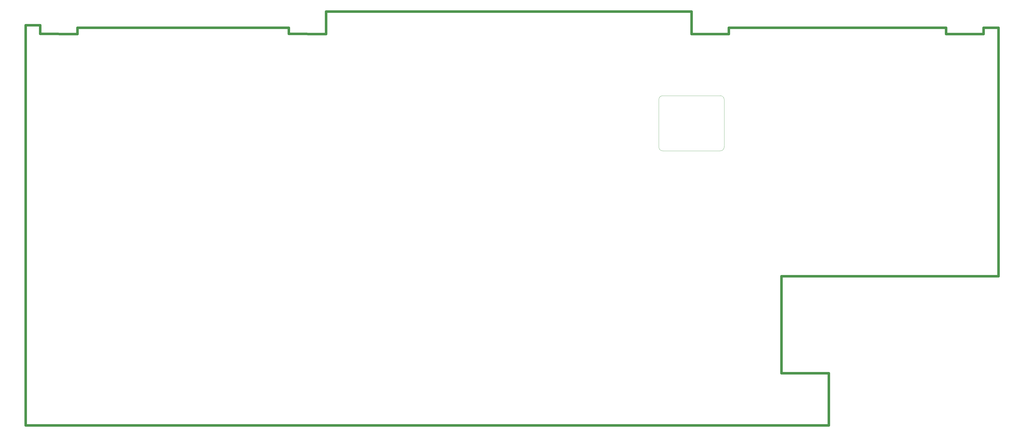
<source format=gm1>
%TF.GenerationSoftware,KiCad,Pcbnew,(7.0.0-0)*%
%TF.CreationDate,2024-01-31T16:00:13-05:00*%
%TF.ProjectId,TKL,544b4c2e-6b69-4636-9164-5f7063625858,rev?*%
%TF.SameCoordinates,Original*%
%TF.FileFunction,Profile,NP*%
%FSLAX46Y46*%
G04 Gerber Fmt 4.6, Leading zero omitted, Abs format (unit mm)*
G04 Created by KiCad (PCBNEW (7.0.0-0)) date 2024-01-31 16:00:13*
%MOMM*%
%LPD*%
G01*
G04 APERTURE LIST*
%TA.AperFunction,Profile*%
%ADD10C,1.000000*%
%TD*%
%TA.AperFunction,Profile*%
%ADD11C,0.100000*%
%TD*%
G04 APERTURE END LIST*
D10*
X174336250Y-353281700D02*
X497336250Y-353281700D01*
D11*
X453696213Y-242841713D02*
G75*
G03*
X455283713Y-241254200I-13J1587513D01*
G01*
D10*
X565577500Y-193311700D02*
X565577500Y-293321700D01*
X559557500Y-195811700D02*
X544557500Y-195801700D01*
X544557500Y-193301700D02*
X544557500Y-195801700D01*
X180176250Y-192281700D02*
X180176250Y-195781700D01*
X457176250Y-195811700D02*
X442176250Y-195801700D01*
X478336250Y-332281700D02*
X478336250Y-293281700D01*
X497336250Y-353281700D02*
X497336250Y-332281700D01*
X544557500Y-193301700D02*
X457176250Y-193311700D01*
D11*
X430569000Y-220616700D02*
G75*
G03*
X428981500Y-222204200I0J-1587500D01*
G01*
D10*
X457176250Y-193311700D02*
X457176250Y-195811700D01*
X442176250Y-186801700D02*
X295176250Y-186791700D01*
X442176250Y-186801700D02*
X442176250Y-195801700D01*
X174336250Y-192281700D02*
X174336250Y-353281700D01*
D11*
X455283700Y-222204200D02*
G75*
G03*
X453696213Y-220616700I-1587500J0D01*
G01*
D10*
X280176250Y-193281700D02*
X280176250Y-195781700D01*
X195176250Y-193291700D02*
X195176250Y-195791700D01*
X565577500Y-293321700D02*
X478336250Y-293281700D01*
X295176250Y-186791700D02*
X295176250Y-195791700D01*
D11*
X430569000Y-242841700D02*
X453696213Y-242841700D01*
D10*
X174336250Y-192281700D02*
X180176250Y-192281700D01*
D11*
X428981500Y-241254200D02*
G75*
G03*
X430569000Y-242841700I1587600J100D01*
G01*
D10*
X295176250Y-195791700D02*
X280176250Y-195781700D01*
X280176250Y-193281700D02*
X195176250Y-193291700D01*
X195176250Y-195791700D02*
X180176250Y-195781700D01*
X497336250Y-332281700D02*
X478336250Y-332281700D01*
D11*
X455283713Y-241254200D02*
X455283713Y-222204200D01*
X428981500Y-222204200D02*
X428981500Y-241254200D01*
D10*
X559557500Y-193311700D02*
X559557500Y-195811700D01*
D11*
X453696213Y-220616700D02*
X430569000Y-220616700D01*
D10*
X565577500Y-193311700D02*
X559557500Y-193311700D01*
M02*

</source>
